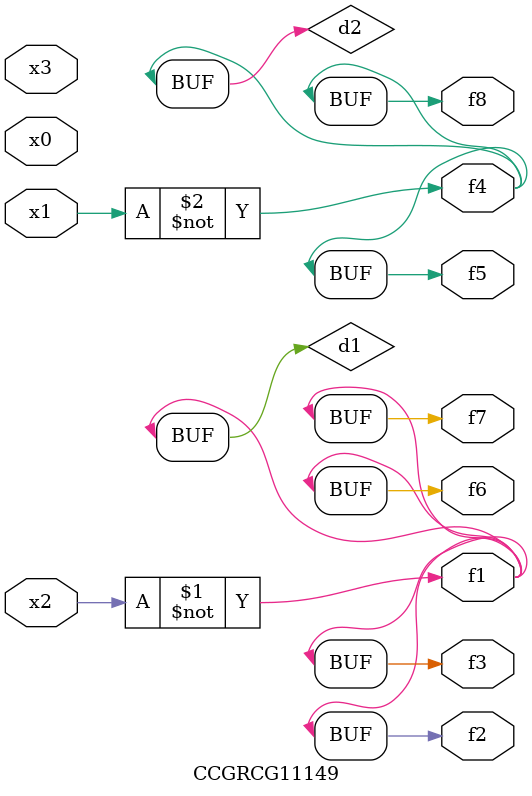
<source format=v>
module CCGRCG11149(
	input x0, x1, x2, x3,
	output f1, f2, f3, f4, f5, f6, f7, f8
);

	wire d1, d2;

	xnor (d1, x2);
	not (d2, x1);
	assign f1 = d1;
	assign f2 = d1;
	assign f3 = d1;
	assign f4 = d2;
	assign f5 = d2;
	assign f6 = d1;
	assign f7 = d1;
	assign f8 = d2;
endmodule

</source>
